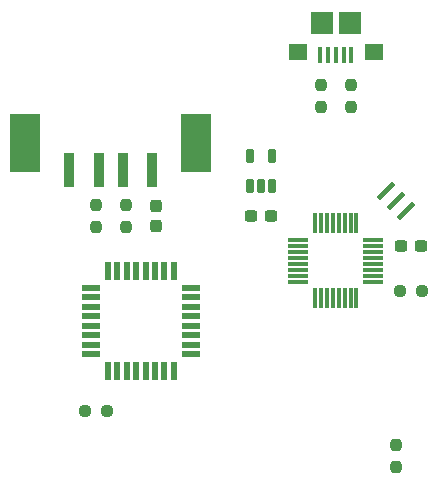
<source format=gbr>
%TF.GenerationSoftware,KiCad,Pcbnew,(6.0.5)*%
%TF.CreationDate,2022-09-12T21:51:21+10:00*%
%TF.ProjectId,shield,73686965-6c64-42e6-9b69-6361645f7063,rev?*%
%TF.SameCoordinates,Original*%
%TF.FileFunction,Paste,Top*%
%TF.FilePolarity,Positive*%
%FSLAX46Y46*%
G04 Gerber Fmt 4.6, Leading zero omitted, Abs format (unit mm)*
G04 Created by KiCad (PCBNEW (6.0.5)) date 2022-09-12 21:51:21*
%MOMM*%
%LPD*%
G01*
G04 APERTURE LIST*
G04 Aperture macros list*
%AMRoundRect*
0 Rectangle with rounded corners*
0 $1 Rounding radius*
0 $2 $3 $4 $5 $6 $7 $8 $9 X,Y pos of 4 corners*
0 Add a 4 corners polygon primitive as box body*
4,1,4,$2,$3,$4,$5,$6,$7,$8,$9,$2,$3,0*
0 Add four circle primitives for the rounded corners*
1,1,$1+$1,$2,$3*
1,1,$1+$1,$4,$5*
1,1,$1+$1,$6,$7*
1,1,$1+$1,$8,$9*
0 Add four rect primitives between the rounded corners*
20,1,$1+$1,$2,$3,$4,$5,0*
20,1,$1+$1,$4,$5,$6,$7,0*
20,1,$1+$1,$6,$7,$8,$9,0*
20,1,$1+$1,$8,$9,$2,$3,0*%
%AMRotRect*
0 Rectangle, with rotation*
0 The origin of the aperture is its center*
0 $1 length*
0 $2 width*
0 $3 Rotation angle, in degrees counterclockwise*
0 Add horizontal line*
21,1,$1,$2,0,0,$3*%
G04 Aperture macros list end*
%ADD10RotRect,0.400000X1.900000X135.000000*%
%ADD11R,0.400000X1.350000*%
%ADD12R,1.600000X1.400000*%
%ADD13R,1.900000X1.900000*%
%ADD14RoundRect,0.237500X0.237500X-0.300000X0.237500X0.300000X-0.237500X0.300000X-0.237500X-0.300000X0*%
%ADD15RoundRect,0.237500X-0.250000X-0.237500X0.250000X-0.237500X0.250000X0.237500X-0.250000X0.237500X0*%
%ADD16R,1.600000X0.550000*%
%ADD17R,0.550000X1.600000*%
%ADD18RoundRect,0.237500X0.300000X0.237500X-0.300000X0.237500X-0.300000X-0.237500X0.300000X-0.237500X0*%
%ADD19RoundRect,0.011200X-0.768800X-0.128800X0.768800X-0.128800X0.768800X0.128800X-0.768800X0.128800X0*%
%ADD20RoundRect,0.011200X0.128800X-0.768800X0.128800X0.768800X-0.128800X0.768800X-0.128800X-0.768800X0*%
%ADD21RoundRect,0.237500X0.237500X-0.250000X0.237500X0.250000X-0.237500X0.250000X-0.237500X-0.250000X0*%
%ADD22RoundRect,0.237500X-0.237500X0.250000X-0.237500X-0.250000X0.237500X-0.250000X0.237500X0.250000X0*%
%ADD23RoundRect,0.090000X0.210000X-0.520000X0.210000X0.520000X-0.210000X0.520000X-0.210000X-0.520000X0*%
%ADD24RoundRect,0.054000X0.396000X1.346000X-0.396000X1.346000X-0.396000X-1.346000X0.396000X-1.346000X0*%
%ADD25R,2.500000X5.000000*%
G04 APERTURE END LIST*
D10*
%TO.C,Y2*%
X98638528Y-78318528D03*
X97790000Y-77470000D03*
X96941472Y-76621472D03*
%TD*%
D11*
%TO.C,J4*%
X94010000Y-65082800D03*
X93360000Y-65082800D03*
X92710000Y-65082800D03*
X92060000Y-65082800D03*
X91410000Y-65082800D03*
D12*
X95910000Y-64857800D03*
X89510000Y-64857800D03*
D13*
X91510000Y-62407800D03*
X93910000Y-62407800D03*
%TD*%
D14*
%TO.C,C2*%
X77470000Y-79602500D03*
X77470000Y-77877500D03*
%TD*%
D15*
%TO.C,R1*%
X71477500Y-95250000D03*
X73302500Y-95250000D03*
%TD*%
D16*
%TO.C,U1*%
X71950000Y-84830000D03*
X71950000Y-85630000D03*
X71950000Y-86430000D03*
X71950000Y-87230000D03*
X71950000Y-88030000D03*
X71950000Y-88830000D03*
X71950000Y-89630000D03*
X71950000Y-90430000D03*
D17*
X73400000Y-91880000D03*
X74200000Y-91880000D03*
X75000000Y-91880000D03*
X75800000Y-91880000D03*
X76600000Y-91880000D03*
X77400000Y-91880000D03*
X78200000Y-91880000D03*
X79000000Y-91880000D03*
D16*
X80450000Y-90430000D03*
X80450000Y-89630000D03*
X80450000Y-88830000D03*
X80450000Y-88030000D03*
X80450000Y-87230000D03*
X80450000Y-86430000D03*
X80450000Y-85630000D03*
X80450000Y-84830000D03*
D17*
X79000000Y-83380000D03*
X78200000Y-83380000D03*
X77400000Y-83380000D03*
X76600000Y-83380000D03*
X75800000Y-83380000D03*
X75000000Y-83380000D03*
X74200000Y-83380000D03*
X73400000Y-83380000D03*
%TD*%
D18*
%TO.C,C1*%
X87222500Y-78740000D03*
X85497500Y-78740000D03*
%TD*%
D15*
%TO.C,R3*%
X98147500Y-85090000D03*
X99972500Y-85090000D03*
%TD*%
D19*
%TO.C,U3*%
X89530000Y-80800000D03*
X89530000Y-81300000D03*
X89530000Y-81800000D03*
X89530000Y-82300000D03*
X89530000Y-82800000D03*
X89530000Y-83300000D03*
X89530000Y-83800000D03*
X89530000Y-84300000D03*
D20*
X90960000Y-85730000D03*
X91460000Y-85730000D03*
X91960000Y-85730000D03*
X92460000Y-85730000D03*
X92960000Y-85730000D03*
X93460000Y-85730000D03*
X93960000Y-85730000D03*
X94460000Y-85730000D03*
D19*
X95890000Y-84300000D03*
X95890000Y-83800000D03*
X95890000Y-83300000D03*
X95890000Y-82800000D03*
X95890000Y-82300000D03*
X95890000Y-81800000D03*
X95890000Y-81300000D03*
X95890000Y-80800000D03*
D20*
X94460000Y-79370000D03*
X93960000Y-79370000D03*
X93460000Y-79370000D03*
X92960000Y-79370000D03*
X92460000Y-79370000D03*
X91960000Y-79370000D03*
X91460000Y-79370000D03*
X90960000Y-79370000D03*
%TD*%
D21*
%TO.C,R4*%
X74930000Y-79652500D03*
X74930000Y-77827500D03*
%TD*%
%TO.C,R7*%
X91440000Y-69492500D03*
X91440000Y-67667500D03*
%TD*%
D22*
%TO.C,R2*%
X97790000Y-98147500D03*
X97790000Y-99972500D03*
%TD*%
D23*
%TO.C,U2*%
X85410000Y-76175000D03*
X86360000Y-76175000D03*
X87310000Y-76175000D03*
X87310000Y-73685000D03*
X85410000Y-73685000D03*
%TD*%
D18*
%TO.C,C3*%
X99922500Y-81280000D03*
X98197500Y-81280000D03*
%TD*%
D21*
%TO.C,R6*%
X93980000Y-69492500D03*
X93980000Y-67667500D03*
%TD*%
%TO.C,R5*%
X72390000Y-79652500D03*
X72390000Y-77827500D03*
%TD*%
D24*
%TO.C,J5*%
X77160000Y-74830000D03*
X74660000Y-74830000D03*
X72660000Y-74830000D03*
X70160000Y-74830000D03*
D25*
X80910000Y-72580000D03*
X66410000Y-72580000D03*
%TD*%
M02*

</source>
